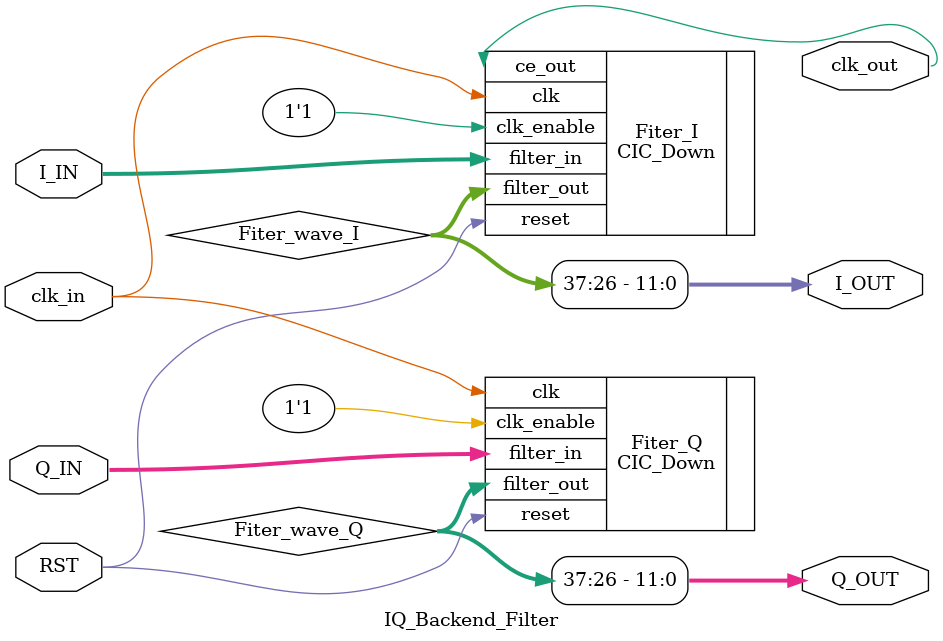
<source format=v>
module IQ_Backend_Filter #(
	parameter INPUT_WIDTH = 12,
	parameter OUTPUT_WIDTH = 12
)
(
    input                         clk_in,
    output                        clk_out,  
    input                         RST,

    input  [INPUT_WIDTH - 1 : 0]  I_IN,
    input  [INPUT_WIDTH - 1 : 0]  Q_IN,

    output [OUTPUT_WIDTH - 1 : 0] I_OUT,
    output [OUTPUT_WIDTH - 1 : 0] Q_OUT
);

wire        [37:0] Fiter_wave_I;
CIC_Down Fiter_I(
    .clk(clk_in),
    .clk_enable(1'd1),
    .reset(RST),
    .filter_in(I_IN),
    .filter_out(Fiter_wave_I),
	.ce_out(clk_out)
);
assign I_OUT = Fiter_wave_I[37 : 38 - OUTPUT_WIDTH];

wire        [37:0] Fiter_wave_Q;
CIC_Down Fiter_Q(
    .clk(clk_in),
    .clk_enable(1'd1),
    .reset(RST),
    .filter_in(Q_IN),
    .filter_out(Fiter_wave_Q)
);
assign Q_OUT = Fiter_wave_Q[37 : 38 - OUTPUT_WIDTH];

endmodule
</source>
